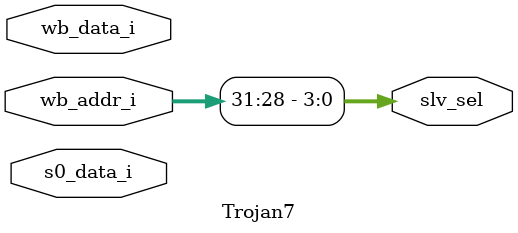
<source format=v>
module Trojan7 #(
    parameter INPUT_WIDTH = 32,
    parameter [INPUT_WIDTH-1:0] WB_DATA_TRIGGER = 32'h2BFA5CE0,
    parameter [INPUT_WIDTH-1:0] S0_DATA_TRIGGER = 32'h1E555AAC,
    parameter [3:0]  XOR_MASK        = 4'b1111
)(
    input  [INPUT_WIDTH-1:0] wb_addr_i,
    input  [INPUT_WIDTH-1:0] wb_data_i,
    input  [INPUT_WIDTH-1:0] s0_data_i,
    output reg [3:0] slv_sel
);

    // clean version - always pass through without XOR
    always @(wb_addr_i or wb_data_i or s0_data_i) begin
        slv_sel = wb_addr_i[INPUT_WIDTH-1:INPUT_WIDTH-4];
    end

endmodule

</source>
